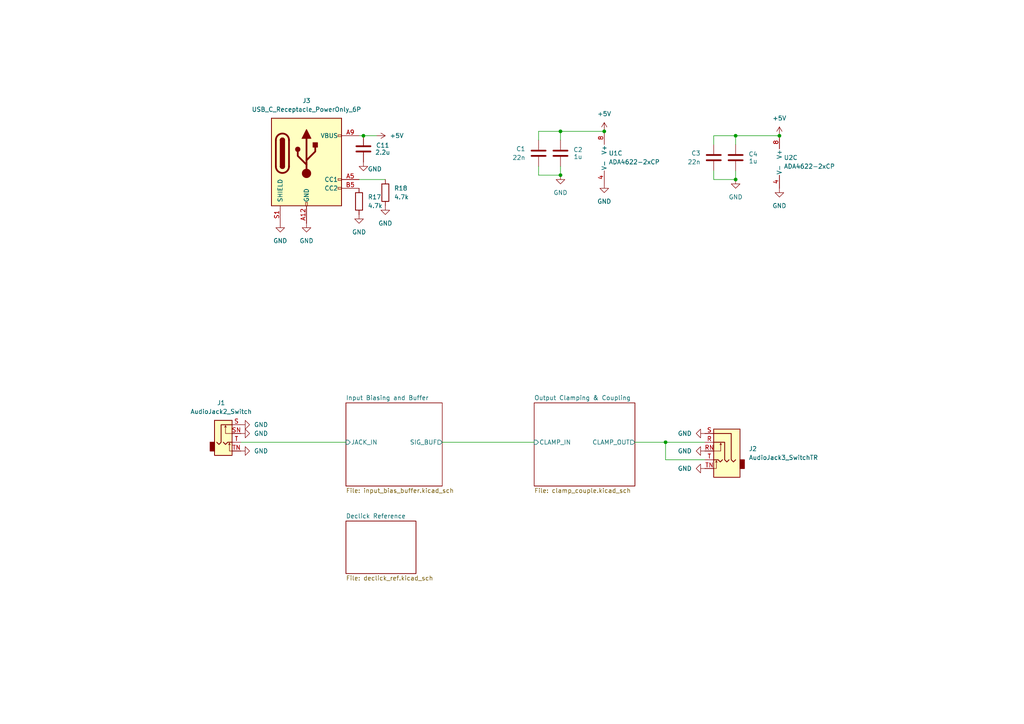
<source format=kicad_sch>
(kicad_sch (version 20231120) (generator "eeschema") (generator_version "8.0")
  (paper "A4")
  (lib_symbols
    (symbol "Amplifier_Operational:ADA4622-2xCP" (pin_names (offset 0.127))
      (property "Reference" "U" (at 0 5.08 0))
      (property "Value" "ADA4622-2xCP" (at 0 -5.08 0))
      (symbol "ADA4622-2xCP_1_1"
        (polyline (pts (xy -5.08 5.08) (xy 5.08 0) (xy -5.08 -5.08) (xy -5.08 5.08)) (stroke (width 0.254)) (fill (type background)))
        (pin output line (at 7.62 0 180) (length 2.54) (name "~") (number "1"))
        (pin input line (at -7.62 -2.54 0) (length 2.54) (name "-") (number "2"))
        (pin input line (at -7.62 2.54 0) (length 2.54) (name "+") (number "3"))
      )
      (symbol "ADA4622-2xCP_2_1"
        (polyline (pts (xy -5.08 5.08) (xy 5.08 0) (xy -5.08 -5.08) (xy -5.08 5.08)) (stroke (width 0.254)) (fill (type background)))
        (pin input line (at -7.62 2.54 0) (length 2.54) (name "+") (number "5"))
        (pin input line (at -7.62 -2.54 0) (length 2.54) (name "-") (number "6"))
        (pin output line (at 7.62 0 180) (length 2.54) (name "~") (number "7"))
      )
      (symbol "ADA4622-2xCP_3_1"
        (pin power_in line (at -2.54 -7.62 90) (length 3.81) (name "V-") (number "4"))
        (pin power_in line (at -2.54 7.62 270) (length 3.81) (name "V+") (number "8"))
        (pin passive line (at -2.54 7.62 270) (length 3.81) hide (name "V+") (number "9"))
      )
    )
    (symbol "Connector:USB_C_Receptacle_PowerOnly_6P" (pin_names (offset 1.016))
      (property "Reference" "J" (at 0 16.51 0))
      (property "Value" "USB_C_Receptacle_PowerOnly_6P" (at 0 13.97 0))
      (symbol "USB_C_Receptacle_PowerOnly_6P_0_0"
        (rectangle (start -0.254 -12.7) (end 0.254 -11.684))
        (rectangle (start 10.16 -7.366) (end 9.144 -7.874))
        (rectangle (start 10.16 -4.826) (end 9.144 -5.334))
        (rectangle (start 10.16 7.874) (end 9.144 7.366))
      )
      (symbol "USB_C_Receptacle_PowerOnly_6P_0_1"
        (rectangle (start -10.16 12.7) (end 10.16 -12.7) (stroke (width 0.254)) (fill (type background)))
        (arc (start -8.89 -1.27) (mid -6.985 -3.1667) (end -5.08 -1.27) (stroke (width 0.508)))
        (arc (start -7.62 -1.27) (mid -6.985 -1.9023) (end -6.35 -1.27) (stroke (width 0.254)))
        (arc (start -7.62 -1.27) (mid -6.985 -1.9023) (end -6.35 -1.27) (stroke (width 0.254)) (fill (type outline)))
        (rectangle (start -7.62 -1.27) (end -6.35 6.35) (stroke (width 0.254)) (fill (type outline)))
        (arc (start -6.35 6.35) (mid -6.985 6.9823) (end -7.62 6.35) (stroke (width 0.254)))
        (arc (start -6.35 6.35) (mid -6.985 6.9823) (end -7.62 6.35) (stroke (width 0.254)) (fill (type outline)))
        (arc (start -5.08 6.35) (mid -6.985 8.2467) (end -8.89 6.35) (stroke (width 0.508)))
        (circle (center -2.54 3.683) (radius 0.635) (stroke (width 0.254)) (fill (type outline)))
        (circle (center 0 -3.302) (radius 1.27) (fill (type outline)))
        (polyline (pts (xy -8.89 -1.27) (xy -8.89 6.35)) (stroke (width 0.508)))
        (polyline (pts (xy -5.08 6.35) (xy -5.08 -1.27)) (stroke (width 0.508)))
        (polyline (pts (xy 0 -3.302) (xy 0 6.858)) (stroke (width 0.508)))
        (polyline (pts (xy 0 -0.762) (xy -2.54 1.778) (xy -2.54 3.048)) (stroke (width 0.508)))
        (polyline (pts (xy 0 0.508) (xy 2.54 3.048) (xy 2.54 4.318)) (stroke (width 0.508)))
        (polyline (pts (xy -1.27 6.858) (xy 0 9.398) (xy 1.27 6.858) (xy -1.27 6.858)) (stroke (width 0.254)) (fill (type outline)))
        (rectangle (start 1.905 4.318) (end 3.175 5.588) (stroke (width 0.254)) (fill (type outline)))
      )
      (symbol "USB_C_Receptacle_PowerOnly_6P_1_1"
        (pin passive line (at 0 -17.78 90) (length 5.08) (name "GND") (number "A12"))
        (pin bidirectional line (at 15.24 -5.08 180) (length 5.08) (name "CC1") (number "A5"))
        (pin passive line (at 15.24 7.62 180) (length 5.08) (name "VBUS") (number "A9"))
        (pin passive line (at 0 -17.78 90) (length 5.08) hide (name "GND") (number "B12"))
        (pin bidirectional line (at 15.24 -7.62 180) (length 5.08) (name "CC2") (number "B5"))
        (pin passive line (at 15.24 7.62 180) (length 5.08) hide (name "VBUS") (number "B9"))
        (pin passive line (at -7.62 -17.78 90) (length 5.08) (name "SHIELD") (number "S1"))
      )
    )
    (symbol "Connector_Audio:AudioJack2_Switch"
      (property "Reference" "J" (at 0 11.43 0))
      (property "Value" "AudioJack2_Switch" (at 0 8.89 0))
      (symbol "AudioJack2_Switch_0_1"
        (rectangle (start -2.54 0) (end -3.81 -2.54) (stroke (width 0.254)) (fill (type outline)))
        (rectangle (start 2.54 6.35) (end -2.54 -3.81) (stroke (width 0.254)) (fill (type background)))
      )
      (symbol "AudioJack2_Switch_1_1"
        (polyline (pts (xy 0.635 4.826) (xy 0.889 4.318)))
        (polyline (pts (xy 1.778 -0.254) (xy 2.032 -0.762)))
        (polyline (pts (xy 0 0) (xy 0.635 -0.635) (xy 1.27 0) (xy 2.54 0)) (stroke (width 0.254)))
        (polyline (pts (xy 2.54 -2.54) (xy 1.778 -2.54) (xy 1.778 -0.254) (xy 1.524 -0.762)))
        (polyline (pts (xy 2.54 2.54) (xy 0.635 2.54) (xy 0.635 4.826) (xy 0.381 4.318)))
        (polyline (pts (xy 2.54 5.08) (xy -0.635 5.08) (xy -0.635 0) (xy -1.27 -0.635) (xy -1.905 0)) (stroke (width 0.254)))
        (pin passive line (at 5.08 5.08 180) (length 2.54) (name "~") (number "S"))
        (pin passive line (at 5.08 2.54 180) (length 2.54) (name "~") (number "SN"))
        (pin passive line (at 5.08 0 180) (length 2.54) (name "~") (number "T"))
        (pin passive line (at 5.08 -2.54 180) (length 2.54) (name "~") (number "TN"))
      )
    )
    (symbol "Connector_Audio:AudioJack3_SwitchTR"
      (property "Reference" "J" (at 0 8.89 0))
      (property "Value" "AudioJack3_SwitchTR" (at 0 6.35 0))
      (symbol "AudioJack3_SwitchTR_0_1"
        (rectangle (start -5.08 -5.08) (end -6.35 -7.62) (stroke (width 0.254)) (fill (type outline)))
        (polyline (pts (xy 0.508 -0.254) (xy 0.762 -0.762)))
        (polyline (pts (xy 1.778 -5.334) (xy 2.032 -5.842)))
        (polyline (pts (xy 0 -5.08) (xy 0.635 -5.715) (xy 1.27 -5.08) (xy 2.54 -5.08)) (stroke (width 0.254)))
        (polyline (pts (xy 2.54 -7.62) (xy 1.778 -7.62) (xy 1.778 -5.334) (xy 1.524 -5.842)))
        (polyline (pts (xy 2.54 -2.54) (xy 0.508 -2.54) (xy 0.508 -0.254) (xy 0.254 -0.762)))
        (polyline (pts (xy -1.905 -5.08) (xy -1.27 -5.715) (xy -0.635 -5.08) (xy -0.635 0) (xy 2.54 0)) (stroke (width 0.254)))
        (polyline (pts (xy 2.54 2.54) (xy -2.54 2.54) (xy -2.54 -5.08) (xy -3.175 -5.715) (xy -3.81 -5.08)) (stroke (width 0.254)))
        (rectangle (start 2.54 3.81) (end -5.08 -10.16) (stroke (width 0.254)) (fill (type background)))
      )
      (symbol "AudioJack3_SwitchTR_1_1"
        (pin passive line (at 5.08 0 180) (length 2.54) (name "~") (number "R"))
        (pin passive line (at 5.08 -2.54 180) (length 2.54) (name "~") (number "RN"))
        (pin passive line (at 5.08 2.54 180) (length 2.54) (name "~") (number "S"))
        (pin passive line (at 5.08 -5.08 180) (length 2.54) (name "~") (number "T"))
        (pin passive line (at 5.08 -7.62 180) (length 2.54) (name "~") (number "TN"))
      )
    )
    (symbol "Device:C" (pin_numbers hide) (pin_names (offset 0.254))
      (property "Reference" "C" (at 0.635 2.54 0))
      (property "Value" "C" (at 0.635 -2.54 0))
      (symbol "C_0_1"
        (polyline (pts (xy -2.032 -0.762) (xy 2.032 -0.762)) (stroke (width 0.508)))
        (polyline (pts (xy -2.032 0.762) (xy 2.032 0.762)) (stroke (width 0.508)))
      )
      (symbol "C_1_1"
        (pin passive line (at 0 3.81 270) (length 2.794) (name "~") (number "1"))
        (pin passive line (at 0 -3.81 90) (length 2.794) (name "~") (number "2"))
      )
    )
    (symbol "Device:R" (pin_numbers hide) (pin_names (offset 0))
      (property "Reference" "R" (at 2.032 0 90))
      (property "Value" "R" (at 0 0 90))
      (symbol "R_0_1"
        (rectangle (start -1.016 -2.54) (end 1.016 2.54) (stroke (width 0.254)))
      )
      (symbol "R_1_1"
        (pin passive line (at 0 3.81 270) (length 1.27) (name "~") (number "1"))
        (pin passive line (at 0 -3.81 90) (length 1.27) (name "~") (number "2"))
      )
    )
    (symbol "power:+5V" (power) (pin_names (offset 0))
      (property "Value" "+5V" (at 0 3.556 0))
      (symbol "+5V_0_1"
        (polyline (pts (xy -0.762 1.27) (xy 0 2.54)))
        (polyline (pts (xy 0 0) (xy 0 2.54)))
        (polyline (pts (xy 0 2.54) (xy 0.762 1.27)))
      )
      (symbol "+5V_1_1"
        (pin power_in line (at 0 0 90) (length 0) hide (name "+5V") (number "1"))
      )
    )
    (symbol "power:GND" (power) (pin_names (offset 0))
      (property "Value" "GND" (at 0 -3.81 0))
      (symbol "GND_0_1"
        (polyline (pts (xy 0 0) (xy 0 -1.27) (xy 1.27 -1.27) (xy 0 -2.54) (xy -1.27 -1.27) (xy 0 -1.27)))
      )
      (symbol "GND_1_1"
        (pin power_in line (at 0 0 270) (length 0) hide (name "GND") (number "1"))
      )
    )
  )
  (junction (at 226.06 39.37))
  (junction (at 105.41 39.37))
  (junction (at 213.36 52.07))
  (junction (at 162.56 50.8))
  (junction (at 162.56 38.1))
  (junction (at 193.04 128.27))
  (junction (at 213.36 39.37))
  (junction (at 175.26 38.1))
  (wire (pts (xy 175.26 38.1) (xy 162.56 38.1)))
  (wire (pts (xy 213.36 52.07) (xy 213.36 49.53)))
  (wire (pts (xy 193.04 128.27) (xy 204.47 128.27)))
  (wire (pts (xy 213.36 39.37) (xy 207.01 39.37)))
  (wire (pts (xy 193.04 128.27) (xy 193.04 133.35)))
  (wire (pts (xy 204.47 133.35) (xy 193.04 133.35)))
  (wire (pts (xy 213.36 39.37) (xy 213.36 41.91)))
  (wire (pts (xy 105.41 39.37) (xy 104.14 39.37)))
  (wire (pts (xy 128.27 128.27) (xy 154.94 128.27)))
  (wire (pts (xy 69.85 128.27) (xy 100.33 128.27)))
  (wire (pts (xy 109.22 39.37) (xy 105.41 39.37)))
  (wire (pts (xy 226.06 39.37) (xy 213.36 39.37)))
  (wire (pts (xy 156.21 38.1) (xy 156.21 40.64)))
  (wire (pts (xy 162.56 38.1) (xy 162.56 40.64)))
  (wire (pts (xy 156.21 50.8) (xy 156.21 48.26)))
  (wire (pts (xy 162.56 38.1) (xy 156.21 38.1)))
  (wire (pts (xy 207.01 52.07) (xy 207.01 49.53)))
  (wire (pts (xy 207.01 39.37) (xy 207.01 41.91)))
  (wire (pts (xy 162.56 50.8) (xy 156.21 50.8)))
  (wire (pts (xy 162.56 50.8) (xy 162.56 48.26)))
  (wire (pts (xy 213.36 52.07) (xy 207.01 52.07)))
  (wire (pts (xy 184.15 128.27) (xy 193.04 128.27)))
  (wire (pts (xy 104.14 52.07) (xy 111.76 52.07)))
  (symbol (lib_id "Device:C") (at 162.56 44.45 0) (mirror x) (unit 1)
    (property "Reference" "C2" (at 167.64 43.434 0))
    (property "Value" "1u" (at 167.64 45.466 0))
    (property "Footprint" "Capacitor_SMD:C_1206_3216Metric_Pad1.33x1.80mm_HandSolder" (effects (hide yes)))
    (property "Part Number" "C1206C105K4RAC" (effects (hide yes)))
    (property "Link" "https://www.mouser.com/ProductDetail/KEMET/C1206C105K4RAC?qs=esDHISMOsl1e4qSv4fn%2FRQ%3D%3D" (effects (hide yes)))
  )
  (symbol (lib_id "power:GND") (at 69.85 123.19 90) (unit 1)
    (property "Reference" "#PWR031" (effects (hide yes)))
    (property "Value" "GND" (at 73.66 123.1899 90) (effects (justify right)))
  )
  (symbol (lib_id "power:GND") (at 204.47 130.81 270) (mirror x) (unit 1)
    (property "Reference" "#PWR027" (effects (hide yes)))
    (property "Value" "GND" (at 200.66 130.8099 90) (effects (justify right)))
  )
  (symbol (lib_id "Device:C") (at 207.01 45.72 0) (mirror y) (unit 1)
    (property "Reference" "C3" (at 203.2 44.4499 0) (effects (justify left)))
    (property "Value" "22n" (at 203.2 46.9899 0) (effects (justify left)))
    (property "Footprint" "Capacitor_SMD:C_1206_3216Metric_Pad1.33x1.80mm_HandSolder" (effects (hide yes)))
    (property "Part Number" "C1206C223K3RACTU" (effects (hide yes)))
    (property "Link" "https://mou.sr/46W6mYv" (effects (hide yes)))
  )
  (symbol (lib_id "power:GND") (at 69.85 125.73 90) (unit 1)
    (property "Reference" "#PWR029" (effects (hide yes)))
    (property "Value" "GND" (at 73.66 125.7299 90) (effects (justify right)))
  )
  (symbol (lib_id "Connector:USB_C_Receptacle_PowerOnly_6P") (at 88.9 46.99 0) (unit 1)
    (property "Reference" "J3" (at 88.9 29.21 0))
    (property "Value" "USB_C_Receptacle_PowerOnly_6P" (at 88.9 31.75 0))
    (property "Footprint" "Connector_USB:USB_C_Receptacle_GCT_USB4125-xx-x-0190_6P_TopMnt_Horizontal" (effects (hide yes)))
    (property "Datasheet" "https://www.usb.org/sites/default/files/documents/usb_type-c.zip" (effects (hide yes)))
    (property "Description" "USB Power-Only 6P Type-C Receptacle connector" (effects (hide yes)))
    (property "Part Number" "USB4125-GF-A" (effects (hide yes)))
    (property "Link" "https://www.mouser.com/ProductDetail/GCT/USB4125-GF-A?qs=KUoIvG/9IlaIQ4zBJ6gLeA%3D%3D&srsltid=AfmBOordYifvugC9-QFPf9PkGPJLVaAF2caQVORQEN_rOUIR_BjNK82v" (effects (hide yes)))
  )
  (symbol (lib_id "Connector_Audio:AudioJack2_Switch") (at 64.77 128.27 0) (unit 1)
    (property "Reference" "J1" (at 64.135 116.84 0))
    (property "Value" "AudioJack2_Switch" (at 64.135 119.38 0))
    (property "Footprint" "Connector_Audio:Jack_6.35mm_Neutrik_NRJ4HF_Horizontal" (effects (hide yes)))
    (property "Description" "Audio Jack, 2 Poles (Mono / TS), Switched Pole (Normalling)" (effects (hide yes)))
    (property "Part Number" " NRJ4HF" (effects (hide yes)))
    (property "Link" "https://www.mouser.com/ProductDetail/Neutrik/NRJ4HF?qs=XYKw4GFm8i25NTiqJyBUbQ%3D%3D" (effects (hide yes)))
  )
  (symbol (lib_id "power:GND") (at 175.26 53.34 0) (unit 1)
    (property "Reference" "#PWR03" (effects (hide yes)))
    (property "Value" "GND" (at 175.26 58.42 0))
  )
  (symbol (lib_id "Device:C") (at 105.41 43.18 0) (mirror y) (unit 1)
    (property "Reference" "C11" (at 110.998 42.164 0))
    (property "Value" "2.2u" (at 110.998 44.196 0))
    (property "Footprint" "Capacitor_SMD:C_1206_3216Metric_Pad1.33x1.80mm_HandSolder" (effects (hide yes)))
    (property "Part Number" " C1206C225K4RACTU" (effects (hide yes)))
    (property "Link" "https://www.mouser.com/ProductDetail/KEMET/C1206C225K4RACTU?qs=zThxXyNivNUtVx37CV5QgQ%3D%3D" (effects (hide yes)))
  )
  (symbol (lib_id "Device:R") (at 111.76 55.88 0) (unit 1)
    (property "Reference" "R18" (at 114.3 54.6099 0) (effects (justify left)))
    (property "Value" "4.7k" (at 114.3 57.1499 0) (effects (justify left)))
    (property "Footprint" "Resistor_SMD:R_1206_3216Metric_Pad1.30x1.75mm_HandSolder" (effects (hide yes)))
    (property "Part Number" "CRCW12064K70FKEA" (effects (hide yes)))
    (property "Link" "https://www.mouser.com/ProductDetail/Vishay-Dale/CRCW12064K70FKEA?qs=sGAEpiMZZMvdGkrng054txEw7b1YnvGunP%252BdLbFoRZo%3D" (effects (hide yes)))
  )
  (symbol (lib_id "power:GND") (at 104.14 62.23 0) (unit 1)
    (property "Reference" "#PWR034" (effects (hide yes)))
    (property "Value" "GND" (at 104.14 67.31 0))
  )
  (symbol (lib_id "power:+5V") (at 175.26 38.1 0) (mirror y) (unit 1)
    (property "Reference" "#PWR02" (effects (hide yes)))
    (property "Value" "+5V" (at 175.26 33.02 0))
  )
  (symbol (lib_id "power:GND") (at 111.76 59.69 0) (unit 1)
    (property "Reference" "#PWR035" (effects (hide yes)))
    (property "Value" "GND" (at 111.76 64.77 0))
  )
  (symbol (lib_id "Connector_Audio:AudioJack3_SwitchTR") (at 209.55 128.27 0) (mirror y) (unit 1)
    (property "Reference" "J2" (at 217.17 130.1749 0) (effects (justify right)))
    (property "Value" "AudioJack3_SwitchTR" (at 217.17 132.7149 0) (effects (justify right)))
    (property "Footprint" "Connector_Audio:Jack_3.5mm_CUI_SJ1-3535NG_Horizontal_CircularHoles" (effects (hide yes)))
    (property "Description" "Audio Jack, 3 Poles (Stereo / TRS), Switched TR Poles (Normalling)" (effects (hide yes)))
    (property "Part Number" "SJ1-3535NG" (effects (hide yes)))
    (property "Link" "https://www.mouser.com/ProductDetail/CUI-Devices/SJ1-3535NG?qs=WyjlAZoYn50jUmKVsqeRJw%3D%3D&srsltid=AfmBOorAU8q3irTlBE8MopxutzdxHOvLI-qGxLzFDUWxV8H3wwrbEURr" (effects (hide yes)))
  )
  (symbol (lib_id "power:GND") (at 81.28 64.77 0) (unit 1)
    (property "Reference" "#PWR025" (effects (hide yes)))
    (property "Value" "GND" (at 81.28 69.85 0))
  )
  (symbol (lib_id "Device:C") (at 213.36 45.72 0) (mirror x) (unit 1)
    (property "Reference" "C4" (at 218.44 44.704 0))
    (property "Value" "1u" (at 218.44 46.736 0))
    (property "Footprint" "Capacitor_SMD:C_1206_3216Metric_Pad1.33x1.80mm_HandSolder" (effects (hide yes)))
    (property "Part Number" "C1206C105K4RAC" (effects (hide yes)))
    (property "Link" "https://www.mouser.com/ProductDetail/KEMET/C1206C105K4RAC?qs=esDHISMOsl1e4qSv4fn%2FRQ%3D%3D" (effects (hide yes)))
  )
  (symbol (lib_id "power:+5V") (at 109.22 39.37 270) (mirror x) (unit 1)
    (property "Reference" "#PWR033" (effects (hide yes)))
    (property "Value" "+5V" (at 113.03 39.37 90) (effects (justify left)))
  )
  (symbol (lib_id "power:GND") (at 226.06 54.61 0) (unit 1)
    (property "Reference" "#PWR06" (effects (hide yes)))
    (property "Value" "GND" (at 226.06 59.69 0))
  )
  (symbol (lib_id "power:GND") (at 69.85 130.81 90) (unit 1)
    (property "Reference" "#PWR030" (effects (hide yes)))
    (property "Value" "GND" (at 73.66 130.8099 90) (effects (justify right)))
  )
  (symbol (lib_id "Amplifier_Operational:ADA4622-2xCP") (at 177.8 45.72 0) (unit 3)
    (property "Reference" "U1" (at 176.53 44.45 0) (effects (justify left)))
    (property "Value" "ADA4622-2xCP" (at 176.53 46.99 0) (effects (justify left)))
    (property "Footprint" "Package_SO:SOIC-8_3.9x4.9mm_P1.27mm" (effects (hide yes)))
    (property "Datasheet" "https://www.analog.com/media/en/technical-documentation/data-sheets/ada4622-1-4622-2-4622-4.pdf" (effects (hide yes)))
    (property "Part Number" "ADA4622-2ARZ-R7" (effects (hide yes)))
    (property "Link" "https://www.mouser.com/ProductDetail/Analog-Devices/ADA4622-2ARZ-R7?qs=JeIcUl65ClCCAMSDS6Ggdg%3D%3D" (effects (hide yes)))
  )
  (symbol (lib_id "power:GND") (at 105.41 46.99 0) (unit 1)
    (property "Reference" "#PWR036" (effects (hide yes)))
    (property "Value" "GND" (at 108.712 49.022 0))
  )
  (symbol (lib_id "power:GND") (at 213.36 52.07 0) (unit 1)
    (property "Reference" "#PWR04" (effects (hide yes)))
    (property "Value" "GND" (at 213.36 57.15 0))
  )
  (symbol (lib_id "Amplifier_Operational:ADA4622-2xCP") (at 228.6 46.99 0) (unit 3)
    (property "Reference" "U2" (at 227.33 45.72 0) (effects (justify left)))
    (property "Value" "ADA4622-2xCP" (at 227.33 48.26 0) (effects (justify left)))
    (property "Footprint" "Package_SO:SOIC-8_3.9x4.9mm_P1.27mm" (effects (hide yes)))
    (property "Datasheet" "https://www.analog.com/media/en/technical-documentation/data-sheets/ada4622-1-4622-2-4622-4.pdf" (effects (hide yes)))
    (property "Part Number" "ADA4622-2ARZ-R7" (effects (hide yes)))
    (property "Link" "https://www.mouser.com/ProductDetail/Analog-Devices/ADA4622-2ARZ-R7?qs=JeIcUl65ClCCAMSDS6Ggdg%3D%3D" (effects (hide yes)))
  )
  (symbol (lib_id "power:GND") (at 204.47 125.73 270) (mirror x) (unit 1)
    (property "Reference" "#PWR026" (effects (hide yes)))
    (property "Value" "GND" (at 200.66 125.7299 90) (effects (justify right)))
  )
  (symbol (lib_id "power:+5V") (at 226.06 39.37 0) (unit 1)
    (property "Reference" "#PWR05" (effects (hide yes)))
    (property "Value" "+5V" (at 226.06 34.29 0))
  )
  (symbol (lib_id "power:GND") (at 162.56 50.8 0) (unit 1)
    (property "Reference" "#PWR01" (effects (hide yes)))
    (property "Value" "GND" (at 162.56 55.88 0))
  )
  (symbol (lib_id "power:GND") (at 204.47 135.89 270) (mirror x) (unit 1)
    (property "Reference" "#PWR028" (effects (hide yes)))
    (property "Value" "GND" (at 200.66 135.8899 90) (effects (justify right)))
  )
  (symbol (lib_id "Device:C") (at 156.21 44.45 0) (mirror y) (unit 1)
    (property "Reference" "C1" (at 152.4 43.1799 0) (effects (justify left)))
    (property "Value" "22n" (at 152.4 45.7199 0) (effects (justify left)))
    (property "Footprint" "Capacitor_SMD:C_1206_3216Metric_Pad1.33x1.80mm_HandSolder" (effects (hide yes)))
    (property "Part Number" "C1206C223K3RACTU" (effects (hide yes)))
    (property "Link" "https://mou.sr/46W6mYv" (effects (hide yes)))
  )
  (symbol (lib_id "power:GND") (at 88.9 64.77 0) (unit 1)
    (property "Reference" "#PWR032" (effects (hide yes)))
    (property "Value" "GND" (at 88.9 69.85 0))
  )
  (symbol (lib_id "Device:R") (at 104.14 58.42 0) (unit 1)
    (property "Reference" "R17" (at 106.68 57.1499 0) (effects (justify left)))
    (property "Value" "4.7k" (at 106.68 59.6899 0) (effects (justify left)))
    (property "Footprint" "Resistor_SMD:R_1206_3216Metric_Pad1.30x1.75mm_HandSolder" (effects (hide yes)))
    (property "Part Number" "CRCW12064K70FKEA" (effects (hide yes)))
    (property "Link" "https://www.mouser.com/ProductDetail/Vishay-Dale/CRCW12064K70FKEA?qs=sGAEpiMZZMvdGkrng054txEw7b1YnvGunP%252BdLbFoRZo%3D" (effects (hide yes)))
  )
  (sheet (at 100.33 116.84) (size 27.94 24.13) (stroke (width 0.1524))
    (property "Sheetname" "Input Biasing and Buffer" (at 100.33 116.1284 0) (effects (justify left bottom)))
    (property "Sheetfile" "input_bias_buffer.kicad_sch" (at 100.33 141.5546 0) (effects (justify left top)))
    (pin "SIG_BUF" output (at 128.27 128.27 0))
    (pin "JACK_IN" input (at 100.33 128.27 180))
  )
  (sheet (at 154.94 116.84) (size 29.21 24.13) (stroke (width 0.1524))
    (property "Sheetname" "Output Clamping & Coupling" (at 154.94 116.1284 0) (effects (justify left bottom)))
    (property "Sheetfile" "clamp_couple.kicad_sch" (at 154.94 141.5546 0) (effects (justify left top)))
    (pin "CLAMP_IN" input (at 154.94 128.27 180))
    (pin "CLAMP_OUT" output (at 184.15 128.27 0))
  )
  (sheet (at 100.33 151.13) (size 20.32 15.24) (stroke (width 0.1524))
    (property "Sheetname" "Declick Reference" (at 100.33 150.4184 0) (effects (justify left bottom)))
    (property "Sheetfile" "declick_ref.kicad_sch" (at 100.33 166.9546 0) (effects (justify left top)))
  )
)
</source>
